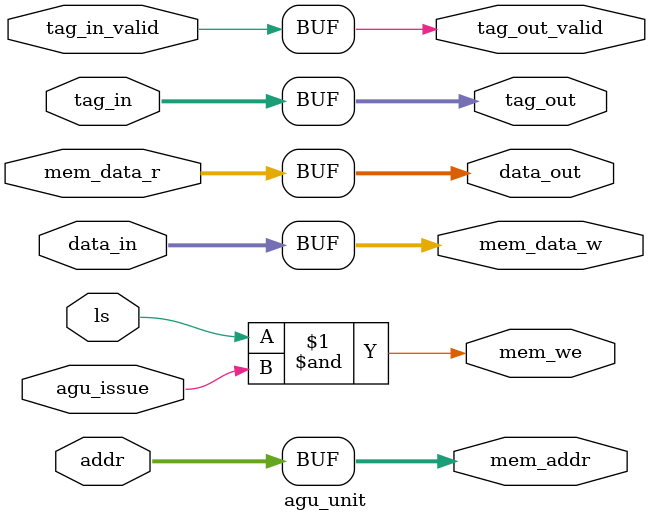
<source format=sv>
module agu_unit (

    input agu_issue,
    input [31:0] addr,
    input [31:0] data_in,
    input ls,
    input [5:0] tag_in,
    input tag_in_valid,
    output [31:0] data_out,
    output [5:0] tag_out,
    output tag_out_valid,


    /*data memory if*/
    output mem_we,
    output [31:0] mem_addr,
    output [31:0] mem_data_w,
    input [31:0] mem_data_r
);

assign mem_we = ls & agu_issue;
assign mem_addr = addr;
assign mem_data_w = data_in;
assign data_out = mem_data_r;

assign tag_out = tag_in;
assign tag_out_valid = tag_in_valid;

endmodule
</source>
